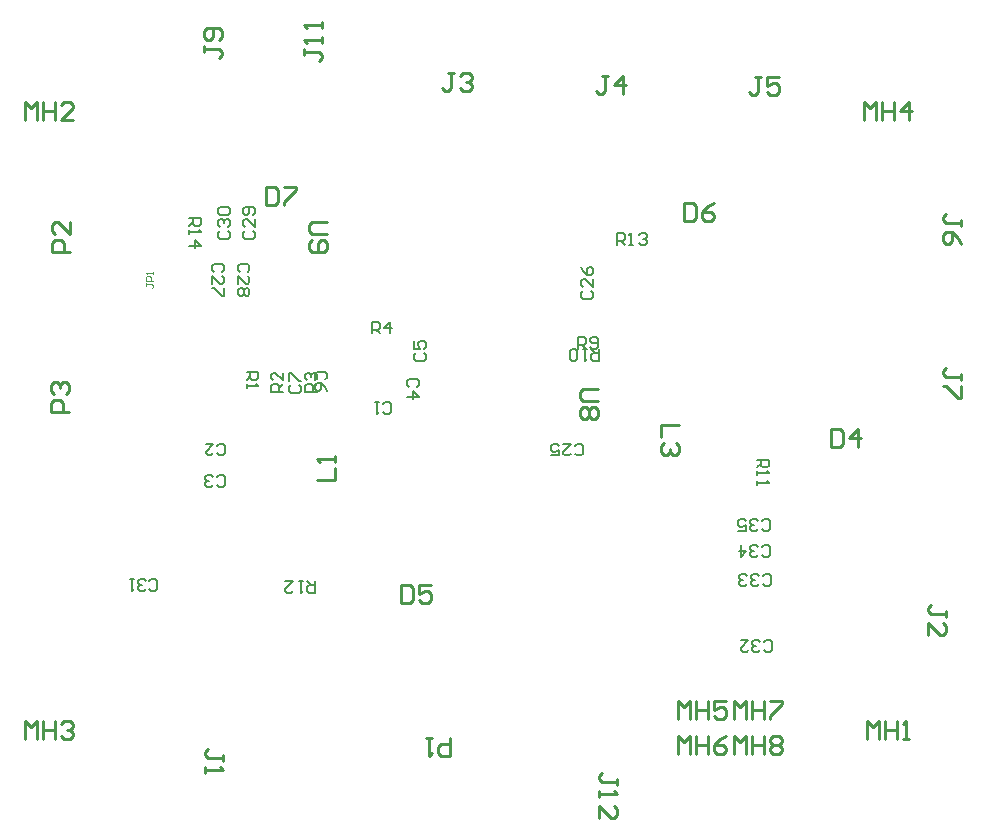
<source format=gbr>
%TF.GenerationSoftware,Altium Limited,Altium Designer,22.5.1 (42)*%
G04 Layer_Color=32768*
%FSLAX44Y44*%
%MOMM*%
%TF.SameCoordinates,89E13746-3D4A-4BC1-B2AC-D00D571BF165*%
%TF.FilePolarity,Positive*%
%TF.FileFunction,Other,Top_Designator*%
%TF.Part,Single*%
G01*
G75*
%TA.AperFunction,NonConductor*%
%ADD60C,0.2000*%
%ADD61C,0.1000*%
%ADD62C,0.1270*%
%ADD96C,0.2540*%
D60*
X250585Y-194331D02*
X252252Y-195997D01*
X255584D01*
X257250Y-194331D01*
Y-187666D01*
X255584Y-186000D01*
X252252D01*
X250585Y-187666D01*
X247253Y-194331D02*
X245587Y-195997D01*
X242255D01*
X240589Y-194331D01*
Y-192665D01*
X242255Y-190998D01*
X243921D01*
X242255D01*
X240589Y-189332D01*
Y-187666D01*
X242255Y-186000D01*
X245587D01*
X247253Y-187666D01*
X230592Y-186000D02*
X237256D01*
X230592Y-192665D01*
Y-194331D01*
X232258Y-195997D01*
X235590D01*
X237256Y-194331D01*
X249335Y-138331D02*
X251001Y-139997D01*
X254334D01*
X256000Y-138331D01*
Y-131666D01*
X254334Y-130000D01*
X251001D01*
X249335Y-131666D01*
X246003Y-138331D02*
X244337Y-139997D01*
X241005D01*
X239339Y-138331D01*
Y-136665D01*
X241005Y-134999D01*
X242671D01*
X241005D01*
X239339Y-133332D01*
Y-131666D01*
X241005Y-130000D01*
X244337D01*
X246003Y-131666D01*
X236006Y-138331D02*
X234340Y-139997D01*
X231008D01*
X229342Y-138331D01*
Y-136665D01*
X231008Y-134999D01*
X232674D01*
X231008D01*
X229342Y-133332D01*
Y-131666D01*
X231008Y-130000D01*
X234340D01*
X236006Y-131666D01*
X248835Y-113831D02*
X250501Y-115497D01*
X253834D01*
X255500Y-113831D01*
Y-107166D01*
X253834Y-105500D01*
X250501D01*
X248835Y-107166D01*
X245503Y-113831D02*
X243837Y-115497D01*
X240505D01*
X238839Y-113831D01*
Y-112165D01*
X240505Y-110499D01*
X242171D01*
X240505D01*
X238839Y-108832D01*
Y-107166D01*
X240505Y-105500D01*
X243837D01*
X245503Y-107166D01*
X230508Y-105500D02*
Y-115497D01*
X235506Y-110499D01*
X228842D01*
X-43669Y28335D02*
X-42003Y30001D01*
Y33334D01*
X-43669Y35000D01*
X-50334D01*
X-52000Y33334D01*
Y30001D01*
X-50334Y28335D01*
X-52000Y20005D02*
X-42003D01*
X-47002Y25003D01*
Y18339D01*
X-212915Y-54581D02*
X-211248Y-56247D01*
X-207916D01*
X-206250Y-54581D01*
Y-47916D01*
X-207916Y-46250D01*
X-211248D01*
X-212915Y-47916D01*
X-216247Y-54581D02*
X-217913Y-56247D01*
X-221245D01*
X-222911Y-54581D01*
Y-52915D01*
X-221245Y-51248D01*
X-219579D01*
X-221245D01*
X-222911Y-49582D01*
Y-47916D01*
X-221245Y-46250D01*
X-217913D01*
X-216247Y-47916D01*
X-212414Y-28081D02*
X-210748Y-29747D01*
X-207416D01*
X-205750Y-28081D01*
Y-21416D01*
X-207416Y-19750D01*
X-210748D01*
X-212414Y-21416D01*
X-222411Y-19750D02*
X-215747D01*
X-222411Y-26414D01*
Y-28081D01*
X-220745Y-29747D01*
X-217413D01*
X-215747Y-28081D01*
D61*
X-272999Y116001D02*
Y114002D01*
Y115001D01*
X-268001D01*
X-267001Y114002D01*
Y113002D01*
X-268001Y112002D01*
X-267001Y118000D02*
X-272999D01*
Y120999D01*
X-271999Y121999D01*
X-270000D01*
X-269000Y120999D01*
Y118000D01*
X-267001Y123998D02*
Y125998D01*
Y124998D01*
X-272999D01*
X-271999Y123998D01*
D62*
X248565Y-92101D02*
X250231Y-93767D01*
X253564D01*
X255230Y-92101D01*
Y-85436D01*
X253564Y-83770D01*
X250231D01*
X248565Y-85436D01*
X245233Y-92101D02*
X243567Y-93767D01*
X240235D01*
X238568Y-92101D01*
Y-90435D01*
X240235Y-88769D01*
X241901D01*
X240235D01*
X238568Y-87102D01*
Y-85436D01*
X240235Y-83770D01*
X243567D01*
X245233Y-85436D01*
X228572Y-93767D02*
X235236D01*
Y-88769D01*
X231904Y-90435D01*
X230238D01*
X228572Y-88769D01*
Y-85436D01*
X230238Y-83770D01*
X233570D01*
X235236Y-85436D01*
X244270Y-33270D02*
X254267D01*
Y-38268D01*
X252601Y-39934D01*
X249268D01*
X247602Y-38268D01*
Y-33270D01*
Y-36602D02*
X244270Y-39934D01*
Y-43267D02*
Y-46599D01*
Y-44933D01*
X254267D01*
X252601Y-43267D01*
X244270Y-51597D02*
Y-54930D01*
Y-53264D01*
X254267D01*
X252601Y-51597D01*
X90065Y-28101D02*
X91732Y-29767D01*
X95064D01*
X96730Y-28101D01*
Y-21436D01*
X95064Y-19770D01*
X91732D01*
X90065Y-21436D01*
X80069Y-19770D02*
X86733D01*
X80069Y-26435D01*
Y-28101D01*
X81735Y-29767D01*
X85067D01*
X86733Y-28101D01*
X70072Y-29767D02*
X76736D01*
Y-24768D01*
X73404Y-26435D01*
X71738D01*
X70072Y-24768D01*
Y-21436D01*
X71738Y-19770D01*
X75070D01*
X76736Y-21436D01*
X110730Y60230D02*
Y50233D01*
X105731D01*
X104065Y51899D01*
Y55231D01*
X105731Y56898D01*
X110730D01*
X107398D02*
X104065Y60230D01*
X100733D02*
X97401D01*
X99067D01*
Y50233D01*
X100733Y51899D01*
X92402D02*
X90736Y50233D01*
X87404D01*
X85738Y51899D01*
Y58564D01*
X87404Y60230D01*
X90736D01*
X92402Y58564D01*
Y51899D01*
X93270Y60770D02*
Y70767D01*
X98268D01*
X99935Y69101D01*
Y65768D01*
X98268Y64102D01*
X93270D01*
X96602D02*
X99935Y60770D01*
X103267Y62436D02*
X104933Y60770D01*
X108265D01*
X109931Y62436D01*
Y69101D01*
X108265Y70767D01*
X104933D01*
X103267Y69101D01*
Y67435D01*
X104933Y65768D01*
X109931D01*
X126270Y148770D02*
Y158767D01*
X131269D01*
X132935Y157101D01*
Y153769D01*
X131269Y152102D01*
X126270D01*
X129602D02*
X132935Y148770D01*
X136267D02*
X139599D01*
X137933D01*
Y158767D01*
X136267Y157101D01*
X144598D02*
X146264Y158767D01*
X149596D01*
X151262Y157101D01*
Y155435D01*
X149596Y153769D01*
X147930D01*
X149596D01*
X151262Y152102D01*
Y150436D01*
X149596Y148770D01*
X146264D01*
X144598Y150436D01*
X-189101Y160435D02*
X-190767Y158769D01*
Y155436D01*
X-189101Y153770D01*
X-182436D01*
X-180770Y155436D01*
Y158769D01*
X-182436Y160435D01*
X-180770Y170431D02*
Y163767D01*
X-187435Y170431D01*
X-189101D01*
X-190767Y168765D01*
Y165433D01*
X-189101Y163767D01*
X-182436Y173764D02*
X-180770Y175430D01*
Y178762D01*
X-182436Y180428D01*
X-189101D01*
X-190767Y178762D01*
Y175430D01*
X-189101Y173764D01*
X-187435D01*
X-185769Y175430D01*
Y180428D01*
X-210101Y160435D02*
X-211767Y158769D01*
Y155436D01*
X-210101Y153770D01*
X-203436D01*
X-201770Y155436D01*
Y158769D01*
X-203436Y160435D01*
X-210101Y163767D02*
X-211767Y165433D01*
Y168765D01*
X-210101Y170431D01*
X-208435D01*
X-206768Y168765D01*
Y167099D01*
Y168765D01*
X-205102Y170431D01*
X-203436D01*
X-201770Y168765D01*
Y165433D01*
X-203436Y163767D01*
X-210101Y173764D02*
X-211767Y175430D01*
Y178762D01*
X-210101Y180428D01*
X-203436D01*
X-201770Y178762D01*
Y175430D01*
X-203436Y173764D01*
X-210101D01*
X-186899Y125565D02*
X-185233Y127232D01*
Y130564D01*
X-186899Y132230D01*
X-193564D01*
X-195230Y130564D01*
Y127232D01*
X-193564Y125565D01*
X-195230Y115569D02*
Y122233D01*
X-188565Y115569D01*
X-186899D01*
X-185233Y117235D01*
Y120567D01*
X-186899Y122233D01*
Y112236D02*
X-185233Y110570D01*
Y107238D01*
X-186899Y105572D01*
X-188565D01*
X-190231Y107238D01*
X-191898Y105572D01*
X-193564D01*
X-195230Y107238D01*
Y110570D01*
X-193564Y112236D01*
X-191898D01*
X-190231Y110570D01*
X-188565Y112236D01*
X-186899D01*
X-190231Y110570D02*
Y107238D01*
X-208899Y125565D02*
X-207233Y127232D01*
Y130564D01*
X-208899Y132230D01*
X-215564D01*
X-217230Y130564D01*
Y127232D01*
X-215564Y125565D01*
X-217230Y115569D02*
Y122233D01*
X-210565Y115569D01*
X-208899D01*
X-207233Y117235D01*
Y120567D01*
X-208899Y122233D01*
X-207233Y112236D02*
Y105572D01*
X-208899D01*
X-215564Y112236D01*
X-217230D01*
X-236230Y171230D02*
X-226233D01*
Y166231D01*
X-227899Y164565D01*
X-231231D01*
X-232898Y166231D01*
Y171230D01*
Y167898D02*
X-236230Y164565D01*
Y161233D02*
Y157901D01*
Y159567D01*
X-226233D01*
X-227899Y161233D01*
X-236230Y147904D02*
X-226233D01*
X-231231Y152902D01*
Y146238D01*
X-81480Y73520D02*
Y83517D01*
X-76482D01*
X-74816Y81851D01*
Y78518D01*
X-76482Y76852D01*
X-81480D01*
X-78148D02*
X-74816Y73520D01*
X-66485D02*
Y83517D01*
X-71483Y78518D01*
X-64819D01*
X-72185Y7149D02*
X-70518Y5483D01*
X-67186D01*
X-65520Y7149D01*
Y13814D01*
X-67186Y15480D01*
X-70518D01*
X-72185Y13814D01*
X-75517Y15480D02*
X-78849D01*
X-77183D01*
Y5483D01*
X-75517Y7149D01*
X-269935Y-142851D02*
X-268269Y-144517D01*
X-264936D01*
X-263270Y-142851D01*
Y-136186D01*
X-264936Y-134520D01*
X-268269D01*
X-269935Y-136186D01*
X-273267Y-142851D02*
X-274933Y-144517D01*
X-278265D01*
X-279931Y-142851D01*
Y-141185D01*
X-278265Y-139518D01*
X-276599D01*
X-278265D01*
X-279931Y-137852D01*
Y-136186D01*
X-278265Y-134520D01*
X-274933D01*
X-273267Y-136186D01*
X-283264Y-134520D02*
X-286596D01*
X-284930D01*
Y-144517D01*
X-283264Y-142851D01*
X-130020Y-136270D02*
Y-146267D01*
X-135018D01*
X-136685Y-144601D01*
Y-141269D01*
X-135018Y-139602D01*
X-130020D01*
X-133352D02*
X-136685Y-136270D01*
X-140017D02*
X-143349D01*
X-141683D01*
Y-146267D01*
X-140017Y-144601D01*
X-155012Y-136270D02*
X-148348D01*
X-155012Y-142935D01*
Y-144601D01*
X-153346Y-146267D01*
X-150014D01*
X-148348Y-144601D01*
X-128020Y23770D02*
X-138017D01*
Y28768D01*
X-136351Y30435D01*
X-133018D01*
X-131352Y28768D01*
Y23770D01*
Y27102D02*
X-128020Y30435D01*
X-136351Y33767D02*
X-138017Y35433D01*
Y38765D01*
X-136351Y40431D01*
X-134684D01*
X-133018Y38765D01*
Y37099D01*
Y38765D01*
X-131352Y40431D01*
X-129686D01*
X-128020Y38765D01*
Y35433D01*
X-129686Y33767D01*
X97399Y109434D02*
X95733Y107768D01*
Y104436D01*
X97399Y102770D01*
X104064D01*
X105730Y104436D01*
Y107768D01*
X104064Y109434D01*
X105730Y119431D02*
Y112767D01*
X99066Y119431D01*
X97399D01*
X95733Y117765D01*
Y114433D01*
X97399Y112767D01*
X95733Y129428D02*
X97399Y126096D01*
X100732Y122764D01*
X104064D01*
X105730Y124430D01*
Y127762D01*
X104064Y129428D01*
X102398D01*
X100732Y127762D01*
Y122764D01*
X-156770Y23770D02*
X-166767D01*
Y28768D01*
X-165101Y30435D01*
X-161768D01*
X-160102Y28768D01*
Y23770D01*
Y27102D02*
X-156770Y30435D01*
Y40431D02*
Y33767D01*
X-163435Y40431D01*
X-165101D01*
X-166767Y38765D01*
Y35433D01*
X-165101Y33767D01*
X-150351Y30185D02*
X-152017Y28518D01*
Y25186D01*
X-150351Y23520D01*
X-143686D01*
X-142020Y25186D01*
Y28518D01*
X-143686Y30185D01*
X-152017Y33517D02*
Y40181D01*
X-150351D01*
X-143686Y33517D01*
X-142020D01*
X-121149Y34565D02*
X-119483Y36232D01*
Y39564D01*
X-121149Y41230D01*
X-127814D01*
X-129480Y39564D01*
Y36232D01*
X-127814Y34565D01*
X-119483Y24569D02*
X-121149Y27901D01*
X-124482Y31233D01*
X-127814D01*
X-129480Y29567D01*
Y26235D01*
X-127814Y24569D01*
X-126148D01*
X-124482Y26235D01*
Y31233D01*
X-44101Y57185D02*
X-45767Y55518D01*
Y52186D01*
X-44101Y50520D01*
X-37436D01*
X-35770Y52186D01*
Y55518D01*
X-37436Y57185D01*
X-45767Y67181D02*
Y60517D01*
X-40768D01*
X-42435Y63849D01*
Y65515D01*
X-40768Y67181D01*
X-37436D01*
X-35770Y65515D01*
Y62183D01*
X-37436Y60517D01*
X-187730Y40980D02*
X-177733D01*
Y35982D01*
X-179399Y34316D01*
X-182731D01*
X-184398Y35982D01*
Y40980D01*
Y37648D02*
X-187730Y34316D01*
Y30983D02*
Y27651D01*
Y29317D01*
X-177733D01*
X-179399Y30983D01*
D96*
X404618Y-166461D02*
Y-161383D01*
Y-163922D01*
X391922D01*
X389383Y-161383D01*
Y-158843D01*
X391922Y-156304D01*
X389383Y-181696D02*
Y-171539D01*
X399539Y-181696D01*
X402078D01*
X404618Y-179157D01*
Y-174078D01*
X402078Y-171539D01*
X-139118Y314652D02*
Y309574D01*
Y312113D01*
X-126422D01*
X-123883Y309574D01*
Y307034D01*
X-126422Y304495D01*
X-123883Y319730D02*
Y324809D01*
Y322270D01*
X-139118D01*
X-136578Y319730D01*
X-123883Y332426D02*
Y337505D01*
Y334965D01*
X-139118D01*
X-136578Y332426D01*
X-15693Y-268632D02*
Y-283867D01*
X-23311D01*
X-25850Y-281328D01*
Y-276250D01*
X-23311Y-273711D01*
X-15693D01*
X-30928Y-268632D02*
X-36007D01*
X-33467D01*
Y-283867D01*
X-30928Y-281328D01*
X125868Y-308363D02*
Y-303284D01*
Y-305824D01*
X113172D01*
X110632Y-303284D01*
Y-300745D01*
X113172Y-298206D01*
X110632Y-313441D02*
Y-318520D01*
Y-315980D01*
X125868D01*
X123328Y-313441D01*
X110632Y-336294D02*
Y-326137D01*
X120789Y-336294D01*
X123328D01*
X125868Y-333755D01*
Y-328676D01*
X123328Y-326137D01*
X177187Y-282868D02*
Y-267633D01*
X182265Y-272711D01*
X187343Y-267633D01*
Y-282868D01*
X192422Y-267633D02*
Y-282868D01*
Y-275250D01*
X202578D01*
Y-267633D01*
Y-282868D01*
X217813Y-267633D02*
X212735Y-270172D01*
X207657Y-275250D01*
Y-280328D01*
X210196Y-282868D01*
X215274D01*
X217813Y-280328D01*
Y-277789D01*
X215274Y-275250D01*
X207657D01*
X225187Y-282868D02*
Y-267633D01*
X230265Y-272711D01*
X235343Y-267633D01*
Y-282868D01*
X240422Y-267633D02*
Y-282868D01*
Y-275250D01*
X250578D01*
Y-267633D01*
Y-282868D01*
X255657Y-270172D02*
X258196Y-267633D01*
X263274D01*
X265813Y-270172D01*
Y-272711D01*
X263274Y-275250D01*
X265813Y-277789D01*
Y-280328D01*
X263274Y-282868D01*
X258196D01*
X255657Y-280328D01*
Y-277789D01*
X258196Y-275250D01*
X255657Y-272711D01*
Y-270172D01*
X258196Y-275250D02*
X263274D01*
X177187Y-252868D02*
Y-237633D01*
X182265Y-242711D01*
X187343Y-237633D01*
Y-252868D01*
X192422Y-237633D02*
Y-252868D01*
Y-245250D01*
X202578D01*
Y-237633D01*
Y-252868D01*
X217813Y-237633D02*
X207657D01*
Y-245250D01*
X212735Y-242711D01*
X215274D01*
X217813Y-245250D01*
Y-250328D01*
X215274Y-252868D01*
X210196D01*
X207657Y-250328D01*
X225187Y-252868D02*
Y-237632D01*
X230265Y-242711D01*
X235343Y-237632D01*
Y-252868D01*
X240422Y-237632D02*
Y-252868D01*
Y-245250D01*
X250578D01*
Y-237632D01*
Y-252868D01*
X255657Y-237632D02*
X265813D01*
Y-240172D01*
X255657Y-250328D01*
Y-252868D01*
X-223618Y317211D02*
Y312132D01*
Y314672D01*
X-210922D01*
X-208382Y312132D01*
Y309593D01*
X-210922Y307054D01*
Y322289D02*
X-208382Y324828D01*
Y329907D01*
X-210922Y332446D01*
X-221078D01*
X-223618Y329907D01*
Y324828D01*
X-221078Y322289D01*
X-218539D01*
X-216000Y324828D01*
Y332446D01*
X-171506Y197847D02*
Y182612D01*
X-163888D01*
X-161349Y185152D01*
Y195308D01*
X-163888Y197847D01*
X-171506D01*
X-156271D02*
X-146114D01*
Y195308D01*
X-156271Y185152D01*
Y182612D01*
X248061Y290359D02*
X242983D01*
X245522D01*
Y277664D01*
X242983Y275124D01*
X240443D01*
X237904Y277664D01*
X263296Y290359D02*
X253139D01*
Y282742D01*
X258218Y285281D01*
X260757D01*
X263296Y282742D01*
Y277664D01*
X260757Y275124D01*
X255678D01*
X253139Y277664D01*
X306994Y-7653D02*
Y-22887D01*
X314612D01*
X317151Y-20348D01*
Y-10192D01*
X314612Y-7653D01*
X306994D01*
X329847Y-22887D02*
Y-7653D01*
X322229Y-15270D01*
X332386D01*
X109525Y26710D02*
X96829D01*
X94290Y24171D01*
Y19092D01*
X96829Y16553D01*
X109525D01*
X106986Y11475D02*
X109525Y8936D01*
Y3857D01*
X106986Y1318D01*
X104447D01*
X101908Y3857D01*
X99368Y1318D01*
X96829D01*
X94290Y3857D01*
Y8936D01*
X96829Y11475D01*
X99368D01*
X101908Y8936D01*
X104447Y11475D01*
X106986D01*
X101908Y8936D02*
Y3857D01*
X178618Y-3804D02*
X163382D01*
Y-13961D01*
X176078Y-19039D02*
X178618Y-21579D01*
Y-26657D01*
X176078Y-29196D01*
X173539D01*
X171000Y-26657D01*
Y-24118D01*
Y-26657D01*
X168461Y-29196D01*
X165922D01*
X163382Y-26657D01*
Y-21579D01*
X165922Y-19039D01*
X182994Y183848D02*
Y168612D01*
X190612D01*
X193151Y171152D01*
Y181308D01*
X190612Y183848D01*
X182994D01*
X208386D02*
X203308Y181308D01*
X198229Y176230D01*
Y171152D01*
X200768Y168612D01*
X205847D01*
X208386Y171152D01*
Y173691D01*
X205847Y176230D01*
X198229D01*
X-119882Y168077D02*
X-132578D01*
X-135118Y165538D01*
Y160459D01*
X-132578Y157920D01*
X-119882D01*
X-132578Y152842D02*
X-135118Y150303D01*
Y145224D01*
X-132578Y142685D01*
X-122422D01*
X-119882Y145224D01*
Y150303D01*
X-122422Y152842D01*
X-124961D01*
X-127500Y150303D01*
Y142685D01*
X-128118Y-50157D02*
X-112882D01*
Y-40000D01*
Y-34922D02*
Y-29843D01*
Y-32383D01*
X-128118D01*
X-125578Y-34922D01*
X-57006Y-139653D02*
Y-154888D01*
X-49388D01*
X-46849Y-152348D01*
Y-142192D01*
X-49388Y-139653D01*
X-57006D01*
X-31614D02*
X-41771D01*
Y-147270D01*
X-36693Y-144731D01*
X-34153D01*
X-31614Y-147270D01*
Y-152348D01*
X-34153Y-154888D01*
X-39232D01*
X-41771Y-152348D01*
X-208022Y-288240D02*
Y-283162D01*
Y-285701D01*
X-220718D01*
X-223258Y-283162D01*
Y-280623D01*
X-220718Y-278083D01*
X-223258Y-293318D02*
Y-298397D01*
Y-295858D01*
X-208022D01*
X-210562Y-293318D01*
X417110Y34039D02*
Y39118D01*
Y36578D01*
X404414D01*
X401875Y39118D01*
Y41657D01*
X404414Y44196D01*
X417110Y28961D02*
Y18804D01*
X414570D01*
X404414Y28961D01*
X401875D01*
X417360Y164789D02*
Y169867D01*
Y167328D01*
X404664D01*
X402124Y169867D01*
Y172407D01*
X404664Y174946D01*
X417360Y149554D02*
X414820Y154632D01*
X409742Y159711D01*
X404664D01*
X402124Y157172D01*
Y152093D01*
X404664Y149554D01*
X407203D01*
X409742Y152093D01*
Y159711D01*
X117961Y291609D02*
X112882D01*
X115422D01*
Y278914D01*
X112882Y276374D01*
X110343D01*
X107804Y278914D01*
X130657Y276374D02*
Y291609D01*
X123039Y283992D01*
X133196D01*
X-12289Y294109D02*
X-17368D01*
X-14828D01*
Y281414D01*
X-17368Y278874D01*
X-19907D01*
X-22446Y281414D01*
X-7211Y291570D02*
X-4672Y294109D01*
X407D01*
X2946Y291570D01*
Y289031D01*
X407Y286492D01*
X-2132D01*
X407D01*
X2946Y283953D01*
Y281414D01*
X407Y278874D01*
X-4672D01*
X-7211Y281414D01*
X-337882Y7304D02*
X-353117D01*
Y14922D01*
X-350578Y17461D01*
X-345500D01*
X-342961Y14922D01*
Y7304D01*
X-350578Y22539D02*
X-353117Y25078D01*
Y30157D01*
X-350578Y32696D01*
X-348039D01*
X-345500Y30157D01*
Y27617D01*
Y30157D01*
X-342961Y32696D01*
X-340422D01*
X-337882Y30157D01*
Y25078D01*
X-340422Y22539D01*
X-337583Y142904D02*
X-352818D01*
Y150522D01*
X-350278Y153061D01*
X-345200D01*
X-342661Y150522D01*
Y142904D01*
X-337583Y168296D02*
Y158139D01*
X-347739Y168296D01*
X-350278D01*
X-352818Y165757D01*
Y160678D01*
X-350278Y158139D01*
X334687Y254382D02*
Y269618D01*
X339765Y264539D01*
X344843Y269618D01*
Y254382D01*
X349922Y269618D02*
Y254382D01*
Y262000D01*
X360078D01*
Y269618D01*
Y254382D01*
X372774D02*
Y269618D01*
X365157Y262000D01*
X375313D01*
X-375313Y-269618D02*
Y-254382D01*
X-370235Y-259461D01*
X-365157Y-254382D01*
Y-269618D01*
X-360078Y-254382D02*
Y-269618D01*
Y-262000D01*
X-349922D01*
Y-254382D01*
Y-269618D01*
X-344843Y-256922D02*
X-342304Y-254382D01*
X-337226D01*
X-334687Y-256922D01*
Y-259461D01*
X-337226Y-262000D01*
X-339765D01*
X-337226D01*
X-334687Y-264539D01*
Y-267078D01*
X-337226Y-269618D01*
X-342304D01*
X-344843Y-267078D01*
X-375313Y254382D02*
Y269618D01*
X-370235Y264539D01*
X-365157Y269618D01*
Y254382D01*
X-360078Y269618D02*
Y254382D01*
Y262000D01*
X-349922D01*
Y269618D01*
Y254382D01*
X-334687D02*
X-344843D01*
X-334687Y264539D01*
Y267078D01*
X-337226Y269618D01*
X-342304D01*
X-344843Y267078D01*
X337226Y-269618D02*
Y-254382D01*
X342304Y-259461D01*
X347383Y-254382D01*
Y-269618D01*
X352461Y-254382D02*
Y-269618D01*
Y-262000D01*
X362618D01*
Y-254382D01*
Y-269618D01*
X367696D02*
X372774D01*
X370235D01*
Y-254382D01*
X367696Y-256922D01*
%TF.MD5,97229e28c2598efee1b4ca8b5e550040*%
M02*

</source>
